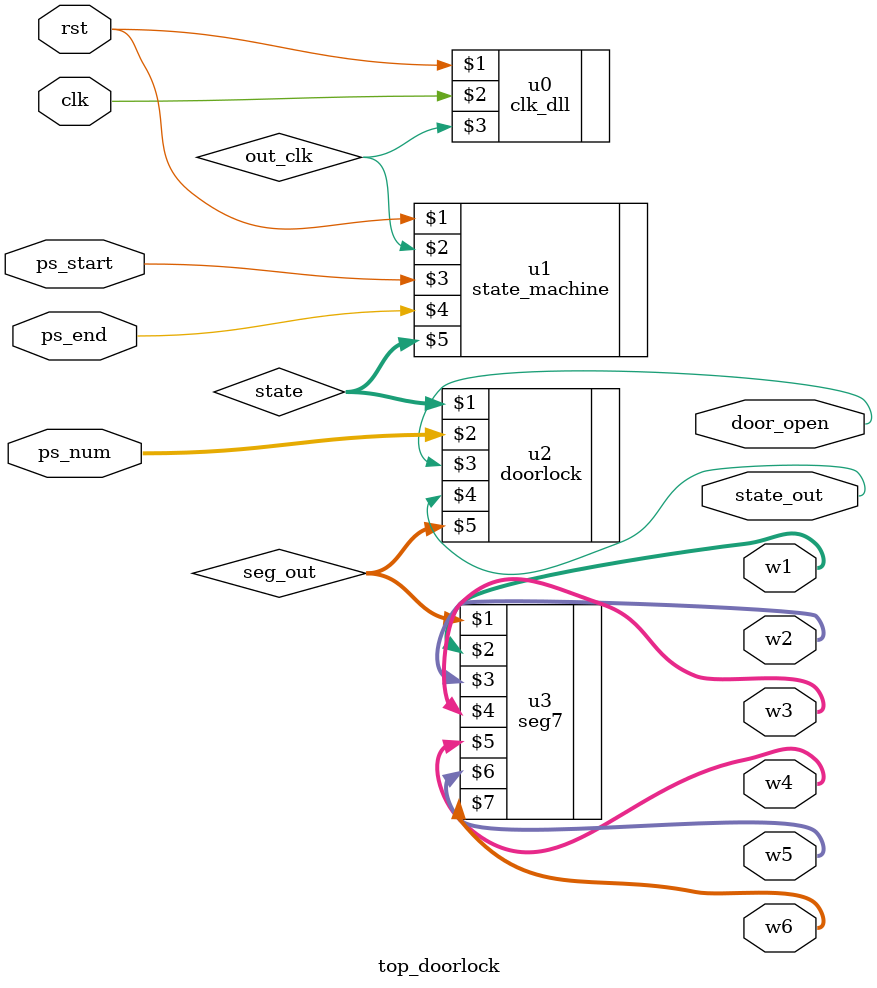
<source format=v>
module top_doorlock (clk,
                     rst,
                     ps_start,
                     ps_num,
                     ps_end,
                     door_open,
                     state_out,
                     w1,
                     w2,
                     w3,
                     w4,
                     w5,
                     w6);
    input clk, rst, ps_start, ps_end;
    input [3:0] ps_num;
    output door_open, state_out;
    output [7:0] w1, w2, w3, w4, w5, w6;
    
    wire out_clk;
    wire [1:0] state, seg_out;

    clk_dll u0(rst, clk, out_clk);
    state_machine u1(rst, out_clk, ps_start, ps_end, state);
    doorlock u2(state, ps_num, door_open, state_out, seg_out);
    seg7 u3(seg_out, w1, w2, w3, w4, w5, w6);
endmodule
</source>
